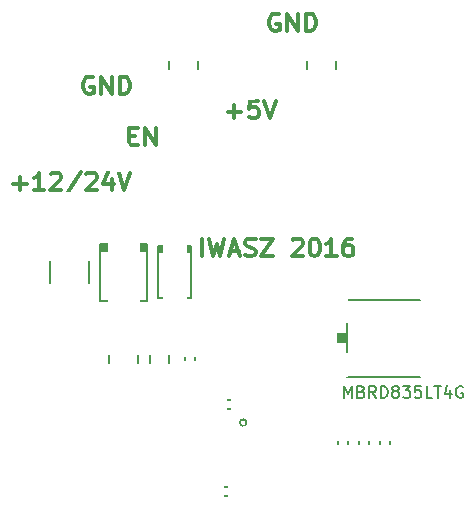
<source format=gbr>
%TF.GenerationSoftware,KiCad,Pcbnew,0.201604071231+6672~43~ubuntu15.10.1-product*%
%TF.CreationDate,2016-04-11T17:56:56+02:00*%
%TF.ProjectId,moto-dcdc,6D6F746F2D646364632E6B696361645F,rev?*%
%TF.FileFunction,Legend,Top*%
%FSLAX46Y46*%
G04 Gerber Fmt 4.6, Leading zero omitted, Abs format (unit mm)*
G04 Created by KiCad (PCBNEW 0.201604071231+6672~43~ubuntu15.10.1-product) date pon, 11 kwi 2016, 17:56:56*
%MOMM*%
G01*
G04 APERTURE LIST*
%ADD10C,0.100000*%
%ADD11C,0.300000*%
%ADD12C,0.127000*%
%ADD13C,0.150000*%
%ADD14C,0.203200*%
%ADD15R,2.203400X2.000200*%
%ADD16R,3.092400X2.000200*%
%ADD17R,1.400760X1.299160*%
%ADD18R,1.299160X1.400760*%
%ADD19R,2.099260X2.500580*%
%ADD20R,2.701240X2.398980*%
%ADD21R,5.900000X3.500000*%
%ADD22R,4.100780X2.200860*%
%ADD23R,1.900000X0.850000*%
%ADD24R,2.800000X3.500000*%
%ADD25R,3.400000X2.000000*%
%ADD26R,4.591000X5.226000*%
%ADD27C,2.940000*%
G04 APERTURE END LIST*
D10*
D11*
X148776142Y-78498000D02*
X148633285Y-78426571D01*
X148419000Y-78426571D01*
X148204714Y-78498000D01*
X148061857Y-78640857D01*
X147990428Y-78783714D01*
X147919000Y-79069428D01*
X147919000Y-79283714D01*
X147990428Y-79569428D01*
X148061857Y-79712285D01*
X148204714Y-79855142D01*
X148419000Y-79926571D01*
X148561857Y-79926571D01*
X148776142Y-79855142D01*
X148847571Y-79783714D01*
X148847571Y-79283714D01*
X148561857Y-79283714D01*
X149490428Y-79926571D02*
X149490428Y-78426571D01*
X150347571Y-79926571D01*
X150347571Y-78426571D01*
X151061857Y-79926571D02*
X151061857Y-78426571D01*
X151419000Y-78426571D01*
X151633285Y-78498000D01*
X151776142Y-78640857D01*
X151847571Y-78783714D01*
X151919000Y-79069428D01*
X151919000Y-79283714D01*
X151847571Y-79569428D01*
X151776142Y-79712285D01*
X151633285Y-79855142D01*
X151419000Y-79926571D01*
X151061857Y-79926571D01*
X136111857Y-88792857D02*
X136611857Y-88792857D01*
X136826142Y-89578571D02*
X136111857Y-89578571D01*
X136111857Y-88078571D01*
X136826142Y-88078571D01*
X137469000Y-89578571D02*
X137469000Y-88078571D01*
X138326142Y-89578571D01*
X138326142Y-88078571D01*
X126265857Y-92817142D02*
X127408714Y-92817142D01*
X126837285Y-93388571D02*
X126837285Y-92245714D01*
X128908714Y-93388571D02*
X128051571Y-93388571D01*
X128480142Y-93388571D02*
X128480142Y-91888571D01*
X128337285Y-92102857D01*
X128194428Y-92245714D01*
X128051571Y-92317142D01*
X129480142Y-92031428D02*
X129551571Y-91960000D01*
X129694428Y-91888571D01*
X130051571Y-91888571D01*
X130194428Y-91960000D01*
X130265857Y-92031428D01*
X130337285Y-92174285D01*
X130337285Y-92317142D01*
X130265857Y-92531428D01*
X129408714Y-93388571D01*
X130337285Y-93388571D01*
X132051571Y-91817142D02*
X130765857Y-93745714D01*
X132480142Y-92031428D02*
X132551571Y-91960000D01*
X132694428Y-91888571D01*
X133051571Y-91888571D01*
X133194428Y-91960000D01*
X133265857Y-92031428D01*
X133337285Y-92174285D01*
X133337285Y-92317142D01*
X133265857Y-92531428D01*
X132408714Y-93388571D01*
X133337285Y-93388571D01*
X134623000Y-92388571D02*
X134623000Y-93388571D01*
X134265857Y-91817142D02*
X133908714Y-92888571D01*
X134837285Y-92888571D01*
X135194428Y-91888571D02*
X135694428Y-93388571D01*
X136194428Y-91888571D01*
X133028142Y-83832000D02*
X132885285Y-83760571D01*
X132671000Y-83760571D01*
X132456714Y-83832000D01*
X132313857Y-83974857D01*
X132242428Y-84117714D01*
X132171000Y-84403428D01*
X132171000Y-84617714D01*
X132242428Y-84903428D01*
X132313857Y-85046285D01*
X132456714Y-85189142D01*
X132671000Y-85260571D01*
X132813857Y-85260571D01*
X133028142Y-85189142D01*
X133099571Y-85117714D01*
X133099571Y-84617714D01*
X132813857Y-84617714D01*
X133742428Y-85260571D02*
X133742428Y-83760571D01*
X134599571Y-85260571D01*
X134599571Y-83760571D01*
X135313857Y-85260571D02*
X135313857Y-83760571D01*
X135671000Y-83760571D01*
X135885285Y-83832000D01*
X136028142Y-83974857D01*
X136099571Y-84117714D01*
X136171000Y-84403428D01*
X136171000Y-84617714D01*
X136099571Y-84903428D01*
X136028142Y-85046285D01*
X135885285Y-85189142D01*
X135671000Y-85260571D01*
X135313857Y-85260571D01*
X142291857Y-98976571D02*
X142291857Y-97476571D01*
X142863285Y-97476571D02*
X143220428Y-98976571D01*
X143506142Y-97905142D01*
X143791857Y-98976571D01*
X144149000Y-97476571D01*
X144649000Y-98548000D02*
X145363285Y-98548000D01*
X144506142Y-98976571D02*
X145006142Y-97476571D01*
X145506142Y-98976571D01*
X145934714Y-98905142D02*
X146149000Y-98976571D01*
X146506142Y-98976571D01*
X146649000Y-98905142D01*
X146720428Y-98833714D01*
X146791857Y-98690857D01*
X146791857Y-98548000D01*
X146720428Y-98405142D01*
X146649000Y-98333714D01*
X146506142Y-98262285D01*
X146220428Y-98190857D01*
X146077571Y-98119428D01*
X146006142Y-98048000D01*
X145934714Y-97905142D01*
X145934714Y-97762285D01*
X146006142Y-97619428D01*
X146077571Y-97548000D01*
X146220428Y-97476571D01*
X146577571Y-97476571D01*
X146791857Y-97548000D01*
X147291857Y-97476571D02*
X148291857Y-97476571D01*
X147291857Y-98976571D01*
X148291857Y-98976571D01*
X149934714Y-97619428D02*
X150006142Y-97548000D01*
X150149000Y-97476571D01*
X150506142Y-97476571D01*
X150649000Y-97548000D01*
X150720428Y-97619428D01*
X150791857Y-97762285D01*
X150791857Y-97905142D01*
X150720428Y-98119428D01*
X149863285Y-98976571D01*
X150791857Y-98976571D01*
X151720428Y-97476571D02*
X151863285Y-97476571D01*
X152006142Y-97548000D01*
X152077571Y-97619428D01*
X152149000Y-97762285D01*
X152220428Y-98048000D01*
X152220428Y-98405142D01*
X152149000Y-98690857D01*
X152077571Y-98833714D01*
X152006142Y-98905142D01*
X151863285Y-98976571D01*
X151720428Y-98976571D01*
X151577571Y-98905142D01*
X151506142Y-98833714D01*
X151434714Y-98690857D01*
X151363285Y-98405142D01*
X151363285Y-98048000D01*
X151434714Y-97762285D01*
X151506142Y-97619428D01*
X151577571Y-97548000D01*
X151720428Y-97476571D01*
X153649000Y-98976571D02*
X152791857Y-98976571D01*
X153220428Y-98976571D02*
X153220428Y-97476571D01*
X153077571Y-97690857D01*
X152934714Y-97833714D01*
X152791857Y-97905142D01*
X154934714Y-97476571D02*
X154649000Y-97476571D01*
X154506142Y-97548000D01*
X154434714Y-97619428D01*
X154291857Y-97833714D01*
X154220428Y-98119428D01*
X154220428Y-98690857D01*
X154291857Y-98833714D01*
X154363285Y-98905142D01*
X154506142Y-98976571D01*
X154791857Y-98976571D01*
X154934714Y-98905142D01*
X155006142Y-98833714D01*
X155077571Y-98690857D01*
X155077571Y-98333714D01*
X155006142Y-98190857D01*
X154934714Y-98119428D01*
X154791857Y-98048000D01*
X154506142Y-98048000D01*
X154363285Y-98119428D01*
X154291857Y-98190857D01*
X154220428Y-98333714D01*
X144434428Y-86721142D02*
X145577285Y-86721142D01*
X145005857Y-87292571D02*
X145005857Y-86149714D01*
X147005857Y-85792571D02*
X146291571Y-85792571D01*
X146220142Y-86506857D01*
X146291571Y-86435428D01*
X146434428Y-86364000D01*
X146791571Y-86364000D01*
X146934428Y-86435428D01*
X147005857Y-86506857D01*
X147077285Y-86649714D01*
X147077285Y-87006857D01*
X147005857Y-87149714D01*
X146934428Y-87221142D01*
X146791571Y-87292571D01*
X146434428Y-87292571D01*
X146291571Y-87221142D01*
X146220142Y-87149714D01*
X147505857Y-85792571D02*
X148005857Y-87292571D01*
X148505857Y-85792571D01*
D12*
X137871200Y-108839000D02*
X139496800Y-108839000D01*
X139496800Y-106553000D02*
X137871200Y-106553000D01*
X139496800Y-106095800D02*
X137871200Y-106095800D01*
X137871200Y-106095800D02*
X137871200Y-109296200D01*
X137871200Y-109296200D02*
X139496800Y-109296200D01*
X139496800Y-109296200D02*
X139496800Y-106095800D01*
X136880600Y-106095800D02*
X134391400Y-106095800D01*
X134391400Y-109296200D02*
X136880600Y-109296200D01*
X136880600Y-108839000D02*
X134391400Y-108839000D01*
X134391400Y-106553000D02*
X136880600Y-106553000D01*
X134391400Y-106095800D02*
X134391400Y-109296200D01*
X136880600Y-109296200D02*
X136880600Y-106095800D01*
X140817600Y-108254800D02*
X141630400Y-108254800D01*
X141605000Y-107137200D02*
X140817600Y-107137200D01*
X141630400Y-106883200D02*
X141630400Y-108508800D01*
X141630400Y-108508800D02*
X140817600Y-108508800D01*
X140817600Y-108508800D02*
X140817600Y-106883200D01*
X140817600Y-106883200D02*
X141630400Y-106883200D01*
X145084800Y-111912400D02*
X145084800Y-111099600D01*
X143967200Y-111125000D02*
X143967200Y-111912400D01*
X143713200Y-111099600D02*
X145338800Y-111099600D01*
X145338800Y-111099600D02*
X145338800Y-111912400D01*
X145338800Y-111912400D02*
X143713200Y-111912400D01*
X143713200Y-111912400D02*
X143713200Y-111099600D01*
X154584400Y-114249200D02*
X153771600Y-114249200D01*
X153797000Y-115366800D02*
X154584400Y-115366800D01*
X153771600Y-115620800D02*
X153771600Y-113995200D01*
X153771600Y-113995200D02*
X154584400Y-113995200D01*
X154584400Y-113995200D02*
X154584400Y-115620800D01*
X154584400Y-115620800D02*
X153771600Y-115620800D01*
X141960600Y-81203800D02*
X139471400Y-81203800D01*
X139471400Y-84404200D02*
X141960600Y-84404200D01*
X141960600Y-83947000D02*
X139471400Y-83947000D01*
X139471400Y-81661000D02*
X141960600Y-81661000D01*
X139471400Y-81203800D02*
X139471400Y-84404200D01*
X141960600Y-84404200D02*
X141960600Y-81203800D01*
X153644600Y-81203800D02*
X151155400Y-81203800D01*
X151155400Y-84404200D02*
X153644600Y-84404200D01*
X153644600Y-83947000D02*
X151155400Y-83947000D01*
X151155400Y-81661000D02*
X153644600Y-81661000D01*
X151155400Y-81203800D02*
X151155400Y-84404200D01*
X153644600Y-84404200D02*
X153644600Y-81203800D01*
X141353540Y-98229420D02*
X138554460Y-98229420D01*
X138554460Y-98331020D02*
X141353540Y-98331020D01*
X141353540Y-98430080D02*
X138554460Y-98430080D01*
X138554460Y-98529140D02*
X141353540Y-98529140D01*
X138554460Y-98630740D02*
X141353540Y-98630740D01*
X138554460Y-98130360D02*
X138554460Y-102529640D01*
X138554460Y-102529640D02*
X141353540Y-102529640D01*
X141353540Y-102529640D02*
X141353540Y-98130360D01*
X141353540Y-98130360D02*
X138554460Y-98130360D01*
X133637020Y-98028760D02*
X137634980Y-98028760D01*
X137634980Y-98130360D02*
X133637020Y-98130360D01*
X133637020Y-98229420D02*
X137634980Y-98229420D01*
X137634980Y-98331020D02*
X133637020Y-98331020D01*
X133637020Y-98430080D02*
X137634980Y-98430080D01*
X133637020Y-98529140D02*
X137634980Y-98529140D01*
X133637020Y-97929700D02*
X137634980Y-97929700D01*
X137634980Y-97929700D02*
X137634980Y-102730300D01*
X137634980Y-102730300D02*
X133637020Y-102730300D01*
X133637020Y-102730300D02*
X133637020Y-97929700D01*
X132715000Y-101981000D02*
X129413000Y-101981000D01*
X132715000Y-98679000D02*
X129413000Y-98679000D01*
X132715000Y-98044000D02*
X129413000Y-98044000D01*
X129413000Y-98044000D02*
X129413000Y-102616000D01*
X129413000Y-102616000D02*
X132715000Y-102616000D01*
X132715000Y-102616000D02*
X132715000Y-98044000D01*
X143713200Y-118465600D02*
X143713200Y-119278400D01*
X144830800Y-119253000D02*
X144830800Y-118465600D01*
X145084800Y-119278400D02*
X143459200Y-119278400D01*
X143459200Y-119278400D02*
X143459200Y-118465600D01*
X143459200Y-118465600D02*
X145084800Y-118465600D01*
X145084800Y-118465600D02*
X145084800Y-119278400D01*
X158140400Y-114249200D02*
X157327600Y-114249200D01*
X157353000Y-115366800D02*
X158140400Y-115366800D01*
X157327600Y-115620800D02*
X157327600Y-113995200D01*
X157327600Y-113995200D02*
X158140400Y-113995200D01*
X158140400Y-113995200D02*
X158140400Y-115620800D01*
X158140400Y-115620800D02*
X157327600Y-115620800D01*
X155549600Y-115366800D02*
X156362400Y-115366800D01*
X156337000Y-114249200D02*
X155549600Y-114249200D01*
X156362400Y-113995200D02*
X156362400Y-115620800D01*
X156362400Y-115620800D02*
X155549600Y-115620800D01*
X155549600Y-115620800D02*
X155549600Y-113995200D01*
X155549600Y-113995200D02*
X156362400Y-113995200D01*
D13*
X146026843Y-113062000D02*
G75*
G03X146026843Y-113062000I-282843J0D01*
G01*
D14*
X160707400Y-109194600D02*
X154513000Y-109195000D01*
X154513000Y-109195000D02*
X154513000Y-102641000D01*
X154513000Y-102641000D02*
X160707400Y-102641400D01*
D10*
G36*
X153649400Y-105486200D02*
X153649400Y-106349800D01*
X154411400Y-106349800D01*
X154411400Y-105486200D01*
X153649400Y-105486200D01*
G37*
D13*
X154270095Y-110950380D02*
X154270095Y-109950380D01*
X154603428Y-110664666D01*
X154936761Y-109950380D01*
X154936761Y-110950380D01*
X155746285Y-110426571D02*
X155889142Y-110474190D01*
X155936761Y-110521809D01*
X155984380Y-110617047D01*
X155984380Y-110759904D01*
X155936761Y-110855142D01*
X155889142Y-110902761D01*
X155793904Y-110950380D01*
X155412952Y-110950380D01*
X155412952Y-109950380D01*
X155746285Y-109950380D01*
X155841523Y-109998000D01*
X155889142Y-110045619D01*
X155936761Y-110140857D01*
X155936761Y-110236095D01*
X155889142Y-110331333D01*
X155841523Y-110378952D01*
X155746285Y-110426571D01*
X155412952Y-110426571D01*
X156984380Y-110950380D02*
X156651047Y-110474190D01*
X156412952Y-110950380D02*
X156412952Y-109950380D01*
X156793904Y-109950380D01*
X156889142Y-109998000D01*
X156936761Y-110045619D01*
X156984380Y-110140857D01*
X156984380Y-110283714D01*
X156936761Y-110378952D01*
X156889142Y-110426571D01*
X156793904Y-110474190D01*
X156412952Y-110474190D01*
X157412952Y-110950380D02*
X157412952Y-109950380D01*
X157651047Y-109950380D01*
X157793904Y-109998000D01*
X157889142Y-110093238D01*
X157936761Y-110188476D01*
X157984380Y-110378952D01*
X157984380Y-110521809D01*
X157936761Y-110712285D01*
X157889142Y-110807523D01*
X157793904Y-110902761D01*
X157651047Y-110950380D01*
X157412952Y-110950380D01*
X158555809Y-110378952D02*
X158460571Y-110331333D01*
X158412952Y-110283714D01*
X158365333Y-110188476D01*
X158365333Y-110140857D01*
X158412952Y-110045619D01*
X158460571Y-109998000D01*
X158555809Y-109950380D01*
X158746285Y-109950380D01*
X158841523Y-109998000D01*
X158889142Y-110045619D01*
X158936761Y-110140857D01*
X158936761Y-110188476D01*
X158889142Y-110283714D01*
X158841523Y-110331333D01*
X158746285Y-110378952D01*
X158555809Y-110378952D01*
X158460571Y-110426571D01*
X158412952Y-110474190D01*
X158365333Y-110569428D01*
X158365333Y-110759904D01*
X158412952Y-110855142D01*
X158460571Y-110902761D01*
X158555809Y-110950380D01*
X158746285Y-110950380D01*
X158841523Y-110902761D01*
X158889142Y-110855142D01*
X158936761Y-110759904D01*
X158936761Y-110569428D01*
X158889142Y-110474190D01*
X158841523Y-110426571D01*
X158746285Y-110378952D01*
X159270095Y-109950380D02*
X159889142Y-109950380D01*
X159555809Y-110331333D01*
X159698666Y-110331333D01*
X159793904Y-110378952D01*
X159841523Y-110426571D01*
X159889142Y-110521809D01*
X159889142Y-110759904D01*
X159841523Y-110855142D01*
X159793904Y-110902761D01*
X159698666Y-110950380D01*
X159412952Y-110950380D01*
X159317714Y-110902761D01*
X159270095Y-110855142D01*
X160793904Y-109950380D02*
X160317714Y-109950380D01*
X160270095Y-110426571D01*
X160317714Y-110378952D01*
X160412952Y-110331333D01*
X160651047Y-110331333D01*
X160746285Y-110378952D01*
X160793904Y-110426571D01*
X160841523Y-110521809D01*
X160841523Y-110759904D01*
X160793904Y-110855142D01*
X160746285Y-110902761D01*
X160651047Y-110950380D01*
X160412952Y-110950380D01*
X160317714Y-110902761D01*
X160270095Y-110855142D01*
X161746285Y-110950380D02*
X161270095Y-110950380D01*
X161270095Y-109950380D01*
X161936761Y-109950380D02*
X162508190Y-109950380D01*
X162222476Y-110950380D02*
X162222476Y-109950380D01*
X163270095Y-110283714D02*
X163270095Y-110950380D01*
X163032000Y-109902761D02*
X162793904Y-110617047D01*
X163412952Y-110617047D01*
X164317714Y-109998000D02*
X164222476Y-109950380D01*
X164079619Y-109950380D01*
X163936761Y-109998000D01*
X163841523Y-110093238D01*
X163793904Y-110188476D01*
X163746285Y-110378952D01*
X163746285Y-110521809D01*
X163793904Y-110712285D01*
X163841523Y-110807523D01*
X163936761Y-110902761D01*
X164079619Y-110950380D01*
X164174857Y-110950380D01*
X164317714Y-110902761D01*
X164365333Y-110855142D01*
X164365333Y-110521809D01*
X164174857Y-110521809D01*
%LPC*%
D15*
X138684000Y-109093000D03*
X138684000Y-106299000D03*
D16*
X135636000Y-109093000D03*
X135636000Y-106299000D03*
D17*
X141224000Y-108447840D03*
X141224000Y-106944160D03*
D18*
X145277840Y-111506000D03*
X143774160Y-111506000D03*
D17*
X154178000Y-114056160D03*
X154178000Y-115559840D03*
D16*
X140716000Y-84201000D03*
X140716000Y-81407000D03*
X152400000Y-84201000D03*
X152400000Y-81407000D03*
D19*
X139954000Y-98600260D03*
X139954000Y-102059740D03*
D20*
X135636000Y-98320860D03*
X135636000Y-102339140D03*
D21*
X161060000Y-98472000D03*
X161060000Y-88622000D03*
D22*
X131064000Y-102379780D03*
X131064000Y-98280220D03*
D18*
X143520160Y-118872000D03*
X145023840Y-118872000D03*
D17*
X157734000Y-114056160D03*
X157734000Y-115559840D03*
X155956000Y-115559840D03*
X155956000Y-114056160D03*
D23*
X144479000Y-113122000D03*
X144479000Y-114392000D03*
X144479000Y-116932000D03*
X144479000Y-115662000D03*
X149609000Y-115662000D03*
X149609000Y-116932000D03*
X149609000Y-114392000D03*
X149609000Y-113122000D03*
D24*
X147044000Y-115062000D03*
D25*
X152932000Y-103638000D03*
X152932000Y-108198000D03*
D26*
X159068000Y-105918000D03*
D27*
X146304000Y-78994000D03*
X131064000Y-94996000D03*
X134874000Y-90424000D03*
X146304000Y-84328000D03*
X131064000Y-86360000D03*
M02*

</source>
